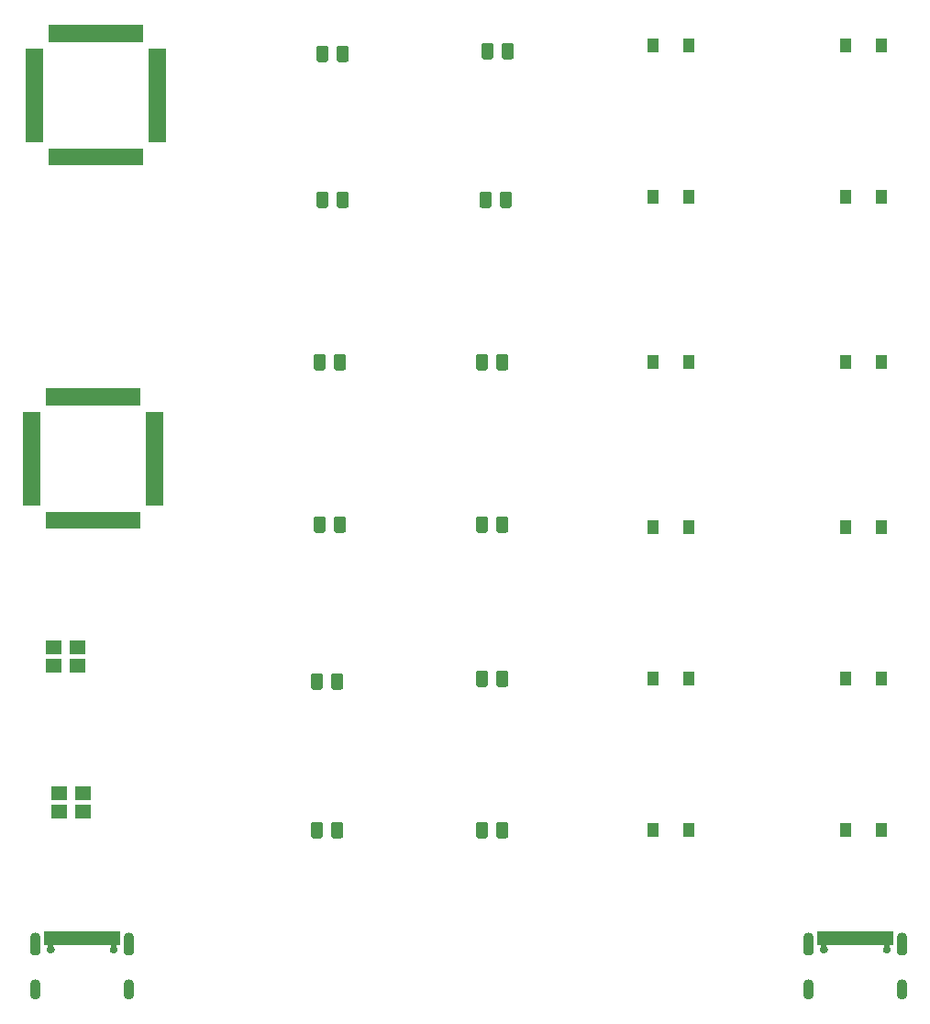
<source format=gbr>
G04 #@! TF.GenerationSoftware,KiCad,Pcbnew,(5.1.4)-1*
G04 #@! TF.CreationDate,2022-12-24T01:49:45-08:00*
G04 #@! TF.ProjectId,SMD-Solder-Practice-Board,534d442d-536f-46c6-9465-722d50726163,rev?*
G04 #@! TF.SameCoordinates,Original*
G04 #@! TF.FileFunction,Soldermask,Top*
G04 #@! TF.FilePolarity,Negative*
%FSLAX46Y46*%
G04 Gerber Fmt 4.6, Leading zero omitted, Abs format (unit mm)*
G04 Created by KiCad (PCBNEW (5.1.4)-1) date 2022-12-24 01:49:45*
%MOMM*%
%LPD*%
G04 APERTURE LIST*
%ADD10C,0.100000*%
G04 APERTURE END LIST*
D10*
G36*
X147166212Y-139522249D02*
G01*
X147260651Y-139550897D01*
X147347687Y-139597418D01*
X147423975Y-139660025D01*
X147486582Y-139736313D01*
X147533103Y-139823348D01*
X147561751Y-139917787D01*
X147569000Y-139991388D01*
X147569000Y-140840612D01*
X147561751Y-140914213D01*
X147533103Y-141008652D01*
X147486582Y-141095687D01*
X147423975Y-141171975D01*
X147347687Y-141234582D01*
X147260652Y-141281103D01*
X147166213Y-141309751D01*
X147068000Y-141319424D01*
X146969788Y-141309751D01*
X146875349Y-141281103D01*
X146788314Y-141234582D01*
X146712026Y-141171975D01*
X146649419Y-141095687D01*
X146602898Y-141008652D01*
X146574250Y-140914213D01*
X146567001Y-140840612D01*
X146567000Y-140840602D01*
X146567000Y-139991389D01*
X146574249Y-139917788D01*
X146602897Y-139823349D01*
X146649418Y-139736313D01*
X146712025Y-139660025D01*
X146788313Y-139597418D01*
X146875348Y-139550897D01*
X146969787Y-139522249D01*
X147068000Y-139512576D01*
X147166212Y-139522249D01*
X147166212Y-139522249D01*
G37*
G36*
X138526212Y-139522249D02*
G01*
X138620651Y-139550897D01*
X138707687Y-139597418D01*
X138783975Y-139660025D01*
X138846582Y-139736313D01*
X138893103Y-139823348D01*
X138921751Y-139917787D01*
X138929000Y-139991388D01*
X138929000Y-140840612D01*
X138921751Y-140914213D01*
X138893103Y-141008652D01*
X138846582Y-141095687D01*
X138783975Y-141171975D01*
X138707687Y-141234582D01*
X138620652Y-141281103D01*
X138526213Y-141309751D01*
X138428000Y-141319424D01*
X138329788Y-141309751D01*
X138235349Y-141281103D01*
X138148314Y-141234582D01*
X138072026Y-141171975D01*
X138009419Y-141095687D01*
X137962898Y-141008652D01*
X137934250Y-140914213D01*
X137927001Y-140840612D01*
X137927000Y-140840602D01*
X137927000Y-139991389D01*
X137934249Y-139917788D01*
X137962897Y-139823349D01*
X138009418Y-139736313D01*
X138072025Y-139660025D01*
X138148313Y-139597418D01*
X138235348Y-139550897D01*
X138329787Y-139522249D01*
X138428000Y-139512576D01*
X138526212Y-139522249D01*
X138526212Y-139522249D01*
G37*
G36*
X75792212Y-139522249D02*
G01*
X75886651Y-139550897D01*
X75973687Y-139597418D01*
X76049975Y-139660025D01*
X76112582Y-139736313D01*
X76159103Y-139823348D01*
X76187751Y-139917787D01*
X76195000Y-139991388D01*
X76195000Y-140840612D01*
X76187751Y-140914213D01*
X76159103Y-141008652D01*
X76112582Y-141095687D01*
X76049975Y-141171975D01*
X75973687Y-141234582D01*
X75886652Y-141281103D01*
X75792213Y-141309751D01*
X75694000Y-141319424D01*
X75595788Y-141309751D01*
X75501349Y-141281103D01*
X75414314Y-141234582D01*
X75338026Y-141171975D01*
X75275419Y-141095687D01*
X75228898Y-141008652D01*
X75200250Y-140914213D01*
X75193001Y-140840612D01*
X75193000Y-140840602D01*
X75193000Y-139991389D01*
X75200249Y-139917788D01*
X75228897Y-139823349D01*
X75275418Y-139736313D01*
X75338025Y-139660025D01*
X75414313Y-139597418D01*
X75501348Y-139550897D01*
X75595787Y-139522249D01*
X75694000Y-139512576D01*
X75792212Y-139522249D01*
X75792212Y-139522249D01*
G37*
G36*
X67152212Y-139522249D02*
G01*
X67246651Y-139550897D01*
X67333687Y-139597418D01*
X67409975Y-139660025D01*
X67472582Y-139736313D01*
X67519103Y-139823348D01*
X67547751Y-139917787D01*
X67555000Y-139991388D01*
X67555000Y-140840612D01*
X67547751Y-140914213D01*
X67519103Y-141008652D01*
X67472582Y-141095687D01*
X67409975Y-141171975D01*
X67333687Y-141234582D01*
X67246652Y-141281103D01*
X67152213Y-141309751D01*
X67054000Y-141319424D01*
X66955788Y-141309751D01*
X66861349Y-141281103D01*
X66774314Y-141234582D01*
X66698026Y-141171975D01*
X66635419Y-141095687D01*
X66588898Y-141008652D01*
X66560250Y-140914213D01*
X66553001Y-140840612D01*
X66553000Y-140840602D01*
X66553000Y-139991389D01*
X66560249Y-139917788D01*
X66588897Y-139823349D01*
X66635418Y-139736313D01*
X66698025Y-139660025D01*
X66774313Y-139597418D01*
X66861348Y-139550897D01*
X66955787Y-139522249D01*
X67054000Y-139512576D01*
X67152212Y-139522249D01*
X67152212Y-139522249D01*
G37*
G36*
X138526212Y-135202249D02*
G01*
X138620651Y-135230897D01*
X138707687Y-135277418D01*
X138783975Y-135340025D01*
X138846582Y-135416313D01*
X138893103Y-135503348D01*
X138921751Y-135597787D01*
X138929000Y-135671388D01*
X138929000Y-136820612D01*
X138921751Y-136894213D01*
X138893103Y-136988652D01*
X138846582Y-137075687D01*
X138783975Y-137151975D01*
X138707687Y-137214582D01*
X138620652Y-137261103D01*
X138526213Y-137289751D01*
X138428000Y-137299424D01*
X138329788Y-137289751D01*
X138235349Y-137261103D01*
X138148314Y-137214582D01*
X138072026Y-137151975D01*
X138009419Y-137075687D01*
X137962898Y-136988652D01*
X137934250Y-136894213D01*
X137927001Y-136820612D01*
X137927000Y-135671389D01*
X137934249Y-135597788D01*
X137962897Y-135503349D01*
X138009418Y-135416313D01*
X138072025Y-135340025D01*
X138148313Y-135277418D01*
X138235348Y-135230897D01*
X138329787Y-135202249D01*
X138428000Y-135192576D01*
X138526212Y-135202249D01*
X138526212Y-135202249D01*
G37*
G36*
X75792212Y-135202249D02*
G01*
X75886651Y-135230897D01*
X75973687Y-135277418D01*
X76049975Y-135340025D01*
X76112582Y-135416313D01*
X76159103Y-135503348D01*
X76187751Y-135597787D01*
X76195000Y-135671388D01*
X76195000Y-136820612D01*
X76187751Y-136894213D01*
X76159103Y-136988652D01*
X76112582Y-137075687D01*
X76049975Y-137151975D01*
X75973687Y-137214582D01*
X75886652Y-137261103D01*
X75792213Y-137289751D01*
X75694000Y-137299424D01*
X75595788Y-137289751D01*
X75501349Y-137261103D01*
X75414314Y-137214582D01*
X75338026Y-137151975D01*
X75275419Y-137075687D01*
X75228898Y-136988652D01*
X75200250Y-136894213D01*
X75193001Y-136820612D01*
X75193000Y-135671389D01*
X75200249Y-135597788D01*
X75228897Y-135503349D01*
X75275418Y-135416313D01*
X75338025Y-135340025D01*
X75414313Y-135277418D01*
X75501348Y-135230897D01*
X75595787Y-135202249D01*
X75694000Y-135192576D01*
X75792212Y-135202249D01*
X75792212Y-135202249D01*
G37*
G36*
X67152212Y-135202249D02*
G01*
X67246651Y-135230897D01*
X67333687Y-135277418D01*
X67409975Y-135340025D01*
X67472582Y-135416313D01*
X67519103Y-135503348D01*
X67547751Y-135597787D01*
X67555000Y-135671388D01*
X67555000Y-136820612D01*
X67547751Y-136894213D01*
X67519103Y-136988652D01*
X67472582Y-137075687D01*
X67409975Y-137151975D01*
X67333687Y-137214582D01*
X67246652Y-137261103D01*
X67152213Y-137289751D01*
X67054000Y-137299424D01*
X66955788Y-137289751D01*
X66861349Y-137261103D01*
X66774314Y-137214582D01*
X66698026Y-137151975D01*
X66635419Y-137075687D01*
X66588898Y-136988652D01*
X66560250Y-136894213D01*
X66553001Y-136820612D01*
X66553000Y-135671389D01*
X66560249Y-135597788D01*
X66588897Y-135503349D01*
X66635418Y-135416313D01*
X66698025Y-135340025D01*
X66774313Y-135277418D01*
X66861348Y-135230897D01*
X66955787Y-135202249D01*
X67054000Y-135192576D01*
X67152212Y-135202249D01*
X67152212Y-135202249D01*
G37*
G36*
X147166212Y-135202249D02*
G01*
X147260651Y-135230897D01*
X147347687Y-135277418D01*
X147423975Y-135340025D01*
X147486582Y-135416313D01*
X147533103Y-135503348D01*
X147561751Y-135597787D01*
X147569000Y-135671388D01*
X147569000Y-136820612D01*
X147561751Y-136894213D01*
X147533103Y-136988652D01*
X147486582Y-137075687D01*
X147423975Y-137151975D01*
X147347687Y-137214582D01*
X147260652Y-137261103D01*
X147166213Y-137289751D01*
X147068000Y-137299424D01*
X146969788Y-137289751D01*
X146875349Y-137261103D01*
X146788314Y-137214582D01*
X146712026Y-137151975D01*
X146649419Y-137075687D01*
X146602898Y-136988652D01*
X146574250Y-136894213D01*
X146567001Y-136820612D01*
X146567000Y-135671389D01*
X146574249Y-135597788D01*
X146602897Y-135503349D01*
X146649418Y-135416313D01*
X146712025Y-135340025D01*
X146788313Y-135277418D01*
X146875348Y-135230897D01*
X146969787Y-135202249D01*
X147068000Y-135192576D01*
X147166212Y-135202249D01*
X147166212Y-135202249D01*
G37*
G36*
X146299000Y-136297000D02*
G01*
X146007163Y-136297000D01*
X145982777Y-136299402D01*
X145959328Y-136306515D01*
X145937717Y-136318066D01*
X145918775Y-136333611D01*
X145903230Y-136352553D01*
X145891679Y-136374164D01*
X145884566Y-136397613D01*
X145882164Y-136421999D01*
X145884566Y-136446385D01*
X145891679Y-136469834D01*
X145903230Y-136491445D01*
X145904246Y-136492683D01*
X145949054Y-136559742D01*
X145970624Y-136611818D01*
X145975511Y-136623617D01*
X145989000Y-136691430D01*
X145989000Y-136760570D01*
X145975511Y-136828383D01*
X145975510Y-136828385D01*
X145949054Y-136892258D01*
X145910640Y-136949748D01*
X145861748Y-136998640D01*
X145804258Y-137037054D01*
X145752182Y-137058624D01*
X145740383Y-137063511D01*
X145672570Y-137077000D01*
X145603430Y-137077000D01*
X145535617Y-137063511D01*
X145523818Y-137058624D01*
X145471742Y-137037054D01*
X145414252Y-136998640D01*
X145365360Y-136949748D01*
X145326946Y-136892258D01*
X145300490Y-136828385D01*
X145300489Y-136828383D01*
X145287000Y-136760570D01*
X145287000Y-136691430D01*
X145300489Y-136623617D01*
X145305376Y-136611818D01*
X145326946Y-136559742D01*
X145371754Y-136492683D01*
X145372770Y-136491445D01*
X145384321Y-136469834D01*
X145391434Y-136446385D01*
X145393836Y-136421999D01*
X145391434Y-136397613D01*
X145384321Y-136374164D01*
X145372770Y-136352553D01*
X145357225Y-136333611D01*
X145338283Y-136318066D01*
X145316672Y-136306515D01*
X145293223Y-136299402D01*
X145268837Y-136297000D01*
X140227163Y-136297000D01*
X140202777Y-136299402D01*
X140179328Y-136306515D01*
X140157717Y-136318066D01*
X140138775Y-136333611D01*
X140123230Y-136352553D01*
X140111679Y-136374164D01*
X140104566Y-136397613D01*
X140102164Y-136421999D01*
X140104566Y-136446385D01*
X140111679Y-136469834D01*
X140123230Y-136491445D01*
X140124246Y-136492683D01*
X140169054Y-136559742D01*
X140190624Y-136611818D01*
X140195511Y-136623617D01*
X140209000Y-136691430D01*
X140209000Y-136760570D01*
X140195511Y-136828383D01*
X140195510Y-136828385D01*
X140169054Y-136892258D01*
X140130640Y-136949748D01*
X140081748Y-136998640D01*
X140024258Y-137037054D01*
X139972182Y-137058624D01*
X139960383Y-137063511D01*
X139892570Y-137077000D01*
X139823430Y-137077000D01*
X139755617Y-137063511D01*
X139743818Y-137058624D01*
X139691742Y-137037054D01*
X139634252Y-136998640D01*
X139585360Y-136949748D01*
X139546946Y-136892258D01*
X139520490Y-136828385D01*
X139520489Y-136828383D01*
X139507000Y-136760570D01*
X139507000Y-136691430D01*
X139520489Y-136623617D01*
X139525376Y-136611818D01*
X139546946Y-136559742D01*
X139591754Y-136492683D01*
X139592770Y-136491445D01*
X139604321Y-136469834D01*
X139611434Y-136446385D01*
X139613836Y-136421999D01*
X139611434Y-136397613D01*
X139604321Y-136374164D01*
X139592770Y-136352553D01*
X139577225Y-136333611D01*
X139558283Y-136318066D01*
X139536672Y-136306515D01*
X139513223Y-136299402D01*
X139488837Y-136297000D01*
X139197000Y-136297000D01*
X139197000Y-135035000D01*
X146299000Y-135035000D01*
X146299000Y-136297000D01*
X146299000Y-136297000D01*
G37*
G36*
X74925000Y-136297000D02*
G01*
X74633163Y-136297000D01*
X74608777Y-136299402D01*
X74585328Y-136306515D01*
X74563717Y-136318066D01*
X74544775Y-136333611D01*
X74529230Y-136352553D01*
X74517679Y-136374164D01*
X74510566Y-136397613D01*
X74508164Y-136421999D01*
X74510566Y-136446385D01*
X74517679Y-136469834D01*
X74529230Y-136491445D01*
X74530246Y-136492683D01*
X74575054Y-136559742D01*
X74596624Y-136611818D01*
X74601511Y-136623617D01*
X74615000Y-136691430D01*
X74615000Y-136760570D01*
X74601511Y-136828383D01*
X74601510Y-136828385D01*
X74575054Y-136892258D01*
X74536640Y-136949748D01*
X74487748Y-136998640D01*
X74430258Y-137037054D01*
X74378182Y-137058624D01*
X74366383Y-137063511D01*
X74298570Y-137077000D01*
X74229430Y-137077000D01*
X74161617Y-137063511D01*
X74149818Y-137058624D01*
X74097742Y-137037054D01*
X74040252Y-136998640D01*
X73991360Y-136949748D01*
X73952946Y-136892258D01*
X73926490Y-136828385D01*
X73926489Y-136828383D01*
X73913000Y-136760570D01*
X73913000Y-136691430D01*
X73926489Y-136623617D01*
X73931376Y-136611818D01*
X73952946Y-136559742D01*
X73997754Y-136492683D01*
X73998770Y-136491445D01*
X74010321Y-136469834D01*
X74017434Y-136446385D01*
X74019836Y-136421999D01*
X74017434Y-136397613D01*
X74010321Y-136374164D01*
X73998770Y-136352553D01*
X73983225Y-136333611D01*
X73964283Y-136318066D01*
X73942672Y-136306515D01*
X73919223Y-136299402D01*
X73894837Y-136297000D01*
X68853163Y-136297000D01*
X68828777Y-136299402D01*
X68805328Y-136306515D01*
X68783717Y-136318066D01*
X68764775Y-136333611D01*
X68749230Y-136352553D01*
X68737679Y-136374164D01*
X68730566Y-136397613D01*
X68728164Y-136421999D01*
X68730566Y-136446385D01*
X68737679Y-136469834D01*
X68749230Y-136491445D01*
X68750246Y-136492683D01*
X68795054Y-136559742D01*
X68816624Y-136611818D01*
X68821511Y-136623617D01*
X68835000Y-136691430D01*
X68835000Y-136760570D01*
X68821511Y-136828383D01*
X68821510Y-136828385D01*
X68795054Y-136892258D01*
X68756640Y-136949748D01*
X68707748Y-136998640D01*
X68650258Y-137037054D01*
X68598182Y-137058624D01*
X68586383Y-137063511D01*
X68518570Y-137077000D01*
X68449430Y-137077000D01*
X68381617Y-137063511D01*
X68369818Y-137058624D01*
X68317742Y-137037054D01*
X68260252Y-136998640D01*
X68211360Y-136949748D01*
X68172946Y-136892258D01*
X68146490Y-136828385D01*
X68146489Y-136828383D01*
X68133000Y-136760570D01*
X68133000Y-136691430D01*
X68146489Y-136623617D01*
X68151376Y-136611818D01*
X68172946Y-136559742D01*
X68217754Y-136492683D01*
X68218770Y-136491445D01*
X68230321Y-136469834D01*
X68237434Y-136446385D01*
X68239836Y-136421999D01*
X68237434Y-136397613D01*
X68230321Y-136374164D01*
X68218770Y-136352553D01*
X68203225Y-136333611D01*
X68184283Y-136318066D01*
X68162672Y-136306515D01*
X68139223Y-136299402D01*
X68114837Y-136297000D01*
X67823000Y-136297000D01*
X67823000Y-135035000D01*
X74925000Y-135035000D01*
X74925000Y-136297000D01*
X74925000Y-136297000D01*
G37*
G36*
X108654468Y-124983565D02*
G01*
X108693138Y-124995296D01*
X108728777Y-125014346D01*
X108760017Y-125039983D01*
X108785654Y-125071223D01*
X108804704Y-125106862D01*
X108816435Y-125145532D01*
X108821000Y-125191888D01*
X108821000Y-126268112D01*
X108816435Y-126314468D01*
X108804704Y-126353138D01*
X108785654Y-126388777D01*
X108760017Y-126420017D01*
X108728777Y-126445654D01*
X108693138Y-126464704D01*
X108654468Y-126476435D01*
X108608112Y-126481000D01*
X107956888Y-126481000D01*
X107910532Y-126476435D01*
X107871862Y-126464704D01*
X107836223Y-126445654D01*
X107804983Y-126420017D01*
X107779346Y-126388777D01*
X107760296Y-126353138D01*
X107748565Y-126314468D01*
X107744000Y-126268112D01*
X107744000Y-125191888D01*
X107748565Y-125145532D01*
X107760296Y-125106862D01*
X107779346Y-125071223D01*
X107804983Y-125039983D01*
X107836223Y-125014346D01*
X107871862Y-124995296D01*
X107910532Y-124983565D01*
X107956888Y-124979000D01*
X108608112Y-124979000D01*
X108654468Y-124983565D01*
X108654468Y-124983565D01*
G37*
G36*
X93414468Y-124983565D02*
G01*
X93453138Y-124995296D01*
X93488777Y-125014346D01*
X93520017Y-125039983D01*
X93545654Y-125071223D01*
X93564704Y-125106862D01*
X93576435Y-125145532D01*
X93581000Y-125191888D01*
X93581000Y-126268112D01*
X93576435Y-126314468D01*
X93564704Y-126353138D01*
X93545654Y-126388777D01*
X93520017Y-126420017D01*
X93488777Y-126445654D01*
X93453138Y-126464704D01*
X93414468Y-126476435D01*
X93368112Y-126481000D01*
X92716888Y-126481000D01*
X92670532Y-126476435D01*
X92631862Y-126464704D01*
X92596223Y-126445654D01*
X92564983Y-126420017D01*
X92539346Y-126388777D01*
X92520296Y-126353138D01*
X92508565Y-126314468D01*
X92504000Y-126268112D01*
X92504000Y-125191888D01*
X92508565Y-125145532D01*
X92520296Y-125106862D01*
X92539346Y-125071223D01*
X92564983Y-125039983D01*
X92596223Y-125014346D01*
X92631862Y-124995296D01*
X92670532Y-124983565D01*
X92716888Y-124979000D01*
X93368112Y-124979000D01*
X93414468Y-124983565D01*
X93414468Y-124983565D01*
G37*
G36*
X95289468Y-124983565D02*
G01*
X95328138Y-124995296D01*
X95363777Y-125014346D01*
X95395017Y-125039983D01*
X95420654Y-125071223D01*
X95439704Y-125106862D01*
X95451435Y-125145532D01*
X95456000Y-125191888D01*
X95456000Y-126268112D01*
X95451435Y-126314468D01*
X95439704Y-126353138D01*
X95420654Y-126388777D01*
X95395017Y-126420017D01*
X95363777Y-126445654D01*
X95328138Y-126464704D01*
X95289468Y-126476435D01*
X95243112Y-126481000D01*
X94591888Y-126481000D01*
X94545532Y-126476435D01*
X94506862Y-126464704D01*
X94471223Y-126445654D01*
X94439983Y-126420017D01*
X94414346Y-126388777D01*
X94395296Y-126353138D01*
X94383565Y-126314468D01*
X94379000Y-126268112D01*
X94379000Y-125191888D01*
X94383565Y-125145532D01*
X94395296Y-125106862D01*
X94414346Y-125071223D01*
X94439983Y-125039983D01*
X94471223Y-125014346D01*
X94506862Y-124995296D01*
X94545532Y-124983565D01*
X94591888Y-124979000D01*
X95243112Y-124979000D01*
X95289468Y-124983565D01*
X95289468Y-124983565D01*
G37*
G36*
X110529468Y-124983565D02*
G01*
X110568138Y-124995296D01*
X110603777Y-125014346D01*
X110635017Y-125039983D01*
X110660654Y-125071223D01*
X110679704Y-125106862D01*
X110691435Y-125145532D01*
X110696000Y-125191888D01*
X110696000Y-126268112D01*
X110691435Y-126314468D01*
X110679704Y-126353138D01*
X110660654Y-126388777D01*
X110635017Y-126420017D01*
X110603777Y-126445654D01*
X110568138Y-126464704D01*
X110529468Y-126476435D01*
X110483112Y-126481000D01*
X109831888Y-126481000D01*
X109785532Y-126476435D01*
X109746862Y-126464704D01*
X109711223Y-126445654D01*
X109679983Y-126420017D01*
X109654346Y-126388777D01*
X109635296Y-126353138D01*
X109623565Y-126314468D01*
X109619000Y-126268112D01*
X109619000Y-125191888D01*
X109623565Y-125145532D01*
X109635296Y-125106862D01*
X109654346Y-125071223D01*
X109679983Y-125039983D01*
X109711223Y-125014346D01*
X109746862Y-124995296D01*
X109785532Y-124983565D01*
X109831888Y-124979000D01*
X110483112Y-124979000D01*
X110529468Y-124983565D01*
X110529468Y-124983565D01*
G37*
G36*
X145661000Y-126381000D02*
G01*
X144659000Y-126381000D01*
X144659000Y-125079000D01*
X145661000Y-125079000D01*
X145661000Y-126381000D01*
X145661000Y-126381000D01*
G37*
G36*
X142361000Y-126381000D02*
G01*
X141359000Y-126381000D01*
X141359000Y-125079000D01*
X142361000Y-125079000D01*
X142361000Y-126381000D01*
X142361000Y-126381000D01*
G37*
G36*
X127881000Y-126381000D02*
G01*
X126879000Y-126381000D01*
X126879000Y-125079000D01*
X127881000Y-125079000D01*
X127881000Y-126381000D01*
X127881000Y-126381000D01*
G37*
G36*
X124581000Y-126381000D02*
G01*
X123579000Y-126381000D01*
X123579000Y-125079000D01*
X124581000Y-125079000D01*
X124581000Y-126381000D01*
X124581000Y-126381000D01*
G37*
G36*
X70009000Y-124691000D02*
G01*
X68507000Y-124691000D01*
X68507000Y-123389000D01*
X70009000Y-123389000D01*
X70009000Y-124691000D01*
X70009000Y-124691000D01*
G37*
G36*
X72209000Y-124691000D02*
G01*
X70707000Y-124691000D01*
X70707000Y-123389000D01*
X72209000Y-123389000D01*
X72209000Y-124691000D01*
X72209000Y-124691000D01*
G37*
G36*
X70009000Y-122991000D02*
G01*
X68507000Y-122991000D01*
X68507000Y-121689000D01*
X70009000Y-121689000D01*
X70009000Y-122991000D01*
X70009000Y-122991000D01*
G37*
G36*
X72209000Y-122991000D02*
G01*
X70707000Y-122991000D01*
X70707000Y-121689000D01*
X72209000Y-121689000D01*
X72209000Y-122991000D01*
X72209000Y-122991000D01*
G37*
G36*
X93414468Y-111267565D02*
G01*
X93453138Y-111279296D01*
X93488777Y-111298346D01*
X93520017Y-111323983D01*
X93545654Y-111355223D01*
X93564704Y-111390862D01*
X93576435Y-111429532D01*
X93581000Y-111475888D01*
X93581000Y-112552112D01*
X93576435Y-112598468D01*
X93564704Y-112637138D01*
X93545654Y-112672777D01*
X93520017Y-112704017D01*
X93488777Y-112729654D01*
X93453138Y-112748704D01*
X93414468Y-112760435D01*
X93368112Y-112765000D01*
X92716888Y-112765000D01*
X92670532Y-112760435D01*
X92631862Y-112748704D01*
X92596223Y-112729654D01*
X92564983Y-112704017D01*
X92539346Y-112672777D01*
X92520296Y-112637138D01*
X92508565Y-112598468D01*
X92504000Y-112552112D01*
X92504000Y-111475888D01*
X92508565Y-111429532D01*
X92520296Y-111390862D01*
X92539346Y-111355223D01*
X92564983Y-111323983D01*
X92596223Y-111298346D01*
X92631862Y-111279296D01*
X92670532Y-111267565D01*
X92716888Y-111263000D01*
X93368112Y-111263000D01*
X93414468Y-111267565D01*
X93414468Y-111267565D01*
G37*
G36*
X95289468Y-111267565D02*
G01*
X95328138Y-111279296D01*
X95363777Y-111298346D01*
X95395017Y-111323983D01*
X95420654Y-111355223D01*
X95439704Y-111390862D01*
X95451435Y-111429532D01*
X95456000Y-111475888D01*
X95456000Y-112552112D01*
X95451435Y-112598468D01*
X95439704Y-112637138D01*
X95420654Y-112672777D01*
X95395017Y-112704017D01*
X95363777Y-112729654D01*
X95328138Y-112748704D01*
X95289468Y-112760435D01*
X95243112Y-112765000D01*
X94591888Y-112765000D01*
X94545532Y-112760435D01*
X94506862Y-112748704D01*
X94471223Y-112729654D01*
X94439983Y-112704017D01*
X94414346Y-112672777D01*
X94395296Y-112637138D01*
X94383565Y-112598468D01*
X94379000Y-112552112D01*
X94379000Y-111475888D01*
X94383565Y-111429532D01*
X94395296Y-111390862D01*
X94414346Y-111355223D01*
X94439983Y-111323983D01*
X94471223Y-111298346D01*
X94506862Y-111279296D01*
X94545532Y-111267565D01*
X94591888Y-111263000D01*
X95243112Y-111263000D01*
X95289468Y-111267565D01*
X95289468Y-111267565D01*
G37*
G36*
X110529468Y-111013565D02*
G01*
X110568138Y-111025296D01*
X110603777Y-111044346D01*
X110635017Y-111069983D01*
X110660654Y-111101223D01*
X110679704Y-111136862D01*
X110691435Y-111175532D01*
X110696000Y-111221888D01*
X110696000Y-112298112D01*
X110691435Y-112344468D01*
X110679704Y-112383138D01*
X110660654Y-112418777D01*
X110635017Y-112450017D01*
X110603777Y-112475654D01*
X110568138Y-112494704D01*
X110529468Y-112506435D01*
X110483112Y-112511000D01*
X109831888Y-112511000D01*
X109785532Y-112506435D01*
X109746862Y-112494704D01*
X109711223Y-112475654D01*
X109679983Y-112450017D01*
X109654346Y-112418777D01*
X109635296Y-112383138D01*
X109623565Y-112344468D01*
X109619000Y-112298112D01*
X109619000Y-111221888D01*
X109623565Y-111175532D01*
X109635296Y-111136862D01*
X109654346Y-111101223D01*
X109679983Y-111069983D01*
X109711223Y-111044346D01*
X109746862Y-111025296D01*
X109785532Y-111013565D01*
X109831888Y-111009000D01*
X110483112Y-111009000D01*
X110529468Y-111013565D01*
X110529468Y-111013565D01*
G37*
G36*
X108654468Y-111013565D02*
G01*
X108693138Y-111025296D01*
X108728777Y-111044346D01*
X108760017Y-111069983D01*
X108785654Y-111101223D01*
X108804704Y-111136862D01*
X108816435Y-111175532D01*
X108821000Y-111221888D01*
X108821000Y-112298112D01*
X108816435Y-112344468D01*
X108804704Y-112383138D01*
X108785654Y-112418777D01*
X108760017Y-112450017D01*
X108728777Y-112475654D01*
X108693138Y-112494704D01*
X108654468Y-112506435D01*
X108608112Y-112511000D01*
X107956888Y-112511000D01*
X107910532Y-112506435D01*
X107871862Y-112494704D01*
X107836223Y-112475654D01*
X107804983Y-112450017D01*
X107779346Y-112418777D01*
X107760296Y-112383138D01*
X107748565Y-112344468D01*
X107744000Y-112298112D01*
X107744000Y-111221888D01*
X107748565Y-111175532D01*
X107760296Y-111136862D01*
X107779346Y-111101223D01*
X107804983Y-111069983D01*
X107836223Y-111044346D01*
X107871862Y-111025296D01*
X107910532Y-111013565D01*
X107956888Y-111009000D01*
X108608112Y-111009000D01*
X108654468Y-111013565D01*
X108654468Y-111013565D01*
G37*
G36*
X124581000Y-112411000D02*
G01*
X123579000Y-112411000D01*
X123579000Y-111109000D01*
X124581000Y-111109000D01*
X124581000Y-112411000D01*
X124581000Y-112411000D01*
G37*
G36*
X127881000Y-112411000D02*
G01*
X126879000Y-112411000D01*
X126879000Y-111109000D01*
X127881000Y-111109000D01*
X127881000Y-112411000D01*
X127881000Y-112411000D01*
G37*
G36*
X145661000Y-112411000D02*
G01*
X144659000Y-112411000D01*
X144659000Y-111109000D01*
X145661000Y-111109000D01*
X145661000Y-112411000D01*
X145661000Y-112411000D01*
G37*
G36*
X142361000Y-112411000D02*
G01*
X141359000Y-112411000D01*
X141359000Y-111109000D01*
X142361000Y-111109000D01*
X142361000Y-112411000D01*
X142361000Y-112411000D01*
G37*
G36*
X71701000Y-111229000D02*
G01*
X70199000Y-111229000D01*
X70199000Y-109927000D01*
X71701000Y-109927000D01*
X71701000Y-111229000D01*
X71701000Y-111229000D01*
G37*
G36*
X69501000Y-111229000D02*
G01*
X67999000Y-111229000D01*
X67999000Y-109927000D01*
X69501000Y-109927000D01*
X69501000Y-111229000D01*
X69501000Y-111229000D01*
G37*
G36*
X71701000Y-109529000D02*
G01*
X70199000Y-109529000D01*
X70199000Y-108227000D01*
X71701000Y-108227000D01*
X71701000Y-109529000D01*
X71701000Y-109529000D01*
G37*
G36*
X69501000Y-109529000D02*
G01*
X67999000Y-109529000D01*
X67999000Y-108227000D01*
X69501000Y-108227000D01*
X69501000Y-109529000D01*
X69501000Y-109529000D01*
G37*
G36*
X124581000Y-98441000D02*
G01*
X123579000Y-98441000D01*
X123579000Y-97139000D01*
X124581000Y-97139000D01*
X124581000Y-98441000D01*
X124581000Y-98441000D01*
G37*
G36*
X145661000Y-98441000D02*
G01*
X144659000Y-98441000D01*
X144659000Y-97139000D01*
X145661000Y-97139000D01*
X145661000Y-98441000D01*
X145661000Y-98441000D01*
G37*
G36*
X127881000Y-98441000D02*
G01*
X126879000Y-98441000D01*
X126879000Y-97139000D01*
X127881000Y-97139000D01*
X127881000Y-98441000D01*
X127881000Y-98441000D01*
G37*
G36*
X142361000Y-98441000D02*
G01*
X141359000Y-98441000D01*
X141359000Y-97139000D01*
X142361000Y-97139000D01*
X142361000Y-98441000D01*
X142361000Y-98441000D01*
G37*
G36*
X95543468Y-96789565D02*
G01*
X95582138Y-96801296D01*
X95617777Y-96820346D01*
X95649017Y-96845983D01*
X95674654Y-96877223D01*
X95693704Y-96912862D01*
X95705435Y-96951532D01*
X95710000Y-96997888D01*
X95710000Y-98074112D01*
X95705435Y-98120468D01*
X95693704Y-98159138D01*
X95674654Y-98194777D01*
X95649017Y-98226017D01*
X95617777Y-98251654D01*
X95582138Y-98270704D01*
X95543468Y-98282435D01*
X95497112Y-98287000D01*
X94845888Y-98287000D01*
X94799532Y-98282435D01*
X94760862Y-98270704D01*
X94725223Y-98251654D01*
X94693983Y-98226017D01*
X94668346Y-98194777D01*
X94649296Y-98159138D01*
X94637565Y-98120468D01*
X94633000Y-98074112D01*
X94633000Y-96997888D01*
X94637565Y-96951532D01*
X94649296Y-96912862D01*
X94668346Y-96877223D01*
X94693983Y-96845983D01*
X94725223Y-96820346D01*
X94760862Y-96801296D01*
X94799532Y-96789565D01*
X94845888Y-96785000D01*
X95497112Y-96785000D01*
X95543468Y-96789565D01*
X95543468Y-96789565D01*
G37*
G36*
X93668468Y-96789565D02*
G01*
X93707138Y-96801296D01*
X93742777Y-96820346D01*
X93774017Y-96845983D01*
X93799654Y-96877223D01*
X93818704Y-96912862D01*
X93830435Y-96951532D01*
X93835000Y-96997888D01*
X93835000Y-98074112D01*
X93830435Y-98120468D01*
X93818704Y-98159138D01*
X93799654Y-98194777D01*
X93774017Y-98226017D01*
X93742777Y-98251654D01*
X93707138Y-98270704D01*
X93668468Y-98282435D01*
X93622112Y-98287000D01*
X92970888Y-98287000D01*
X92924532Y-98282435D01*
X92885862Y-98270704D01*
X92850223Y-98251654D01*
X92818983Y-98226017D01*
X92793346Y-98194777D01*
X92774296Y-98159138D01*
X92762565Y-98120468D01*
X92758000Y-98074112D01*
X92758000Y-96997888D01*
X92762565Y-96951532D01*
X92774296Y-96912862D01*
X92793346Y-96877223D01*
X92818983Y-96845983D01*
X92850223Y-96820346D01*
X92885862Y-96801296D01*
X92924532Y-96789565D01*
X92970888Y-96785000D01*
X93622112Y-96785000D01*
X93668468Y-96789565D01*
X93668468Y-96789565D01*
G37*
G36*
X110529468Y-96789565D02*
G01*
X110568138Y-96801296D01*
X110603777Y-96820346D01*
X110635017Y-96845983D01*
X110660654Y-96877223D01*
X110679704Y-96912862D01*
X110691435Y-96951532D01*
X110696000Y-96997888D01*
X110696000Y-98074112D01*
X110691435Y-98120468D01*
X110679704Y-98159138D01*
X110660654Y-98194777D01*
X110635017Y-98226017D01*
X110603777Y-98251654D01*
X110568138Y-98270704D01*
X110529468Y-98282435D01*
X110483112Y-98287000D01*
X109831888Y-98287000D01*
X109785532Y-98282435D01*
X109746862Y-98270704D01*
X109711223Y-98251654D01*
X109679983Y-98226017D01*
X109654346Y-98194777D01*
X109635296Y-98159138D01*
X109623565Y-98120468D01*
X109619000Y-98074112D01*
X109619000Y-96997888D01*
X109623565Y-96951532D01*
X109635296Y-96912862D01*
X109654346Y-96877223D01*
X109679983Y-96845983D01*
X109711223Y-96820346D01*
X109746862Y-96801296D01*
X109785532Y-96789565D01*
X109831888Y-96785000D01*
X110483112Y-96785000D01*
X110529468Y-96789565D01*
X110529468Y-96789565D01*
G37*
G36*
X108654468Y-96789565D02*
G01*
X108693138Y-96801296D01*
X108728777Y-96820346D01*
X108760017Y-96845983D01*
X108785654Y-96877223D01*
X108804704Y-96912862D01*
X108816435Y-96951532D01*
X108821000Y-96997888D01*
X108821000Y-98074112D01*
X108816435Y-98120468D01*
X108804704Y-98159138D01*
X108785654Y-98194777D01*
X108760017Y-98226017D01*
X108728777Y-98251654D01*
X108693138Y-98270704D01*
X108654468Y-98282435D01*
X108608112Y-98287000D01*
X107956888Y-98287000D01*
X107910532Y-98282435D01*
X107871862Y-98270704D01*
X107836223Y-98251654D01*
X107804983Y-98226017D01*
X107779346Y-98194777D01*
X107760296Y-98159138D01*
X107748565Y-98120468D01*
X107744000Y-98074112D01*
X107744000Y-96997888D01*
X107748565Y-96951532D01*
X107760296Y-96912862D01*
X107779346Y-96877223D01*
X107804983Y-96845983D01*
X107836223Y-96820346D01*
X107871862Y-96801296D01*
X107910532Y-96789565D01*
X107956888Y-96785000D01*
X108608112Y-96785000D01*
X108654468Y-96789565D01*
X108654468Y-96789565D01*
G37*
G36*
X76716000Y-97941000D02*
G01*
X68064000Y-97941000D01*
X68064000Y-96339000D01*
X76716000Y-96339000D01*
X76716000Y-97941000D01*
X76716000Y-97941000D01*
G37*
G36*
X67491000Y-95766000D02*
G01*
X65889000Y-95766000D01*
X65889000Y-87114000D01*
X67491000Y-87114000D01*
X67491000Y-95766000D01*
X67491000Y-95766000D01*
G37*
G36*
X78891000Y-95766000D02*
G01*
X77289000Y-95766000D01*
X77289000Y-87114000D01*
X78891000Y-87114000D01*
X78891000Y-95766000D01*
X78891000Y-95766000D01*
G37*
G36*
X76716000Y-86541000D02*
G01*
X68064000Y-86541000D01*
X68064000Y-84939000D01*
X76716000Y-84939000D01*
X76716000Y-86541000D01*
X76716000Y-86541000D01*
G37*
G36*
X108654468Y-81803565D02*
G01*
X108693138Y-81815296D01*
X108728777Y-81834346D01*
X108760017Y-81859983D01*
X108785654Y-81891223D01*
X108804704Y-81926862D01*
X108816435Y-81965532D01*
X108821000Y-82011888D01*
X108821000Y-83088112D01*
X108816435Y-83134468D01*
X108804704Y-83173138D01*
X108785654Y-83208777D01*
X108760017Y-83240017D01*
X108728777Y-83265654D01*
X108693138Y-83284704D01*
X108654468Y-83296435D01*
X108608112Y-83301000D01*
X107956888Y-83301000D01*
X107910532Y-83296435D01*
X107871862Y-83284704D01*
X107836223Y-83265654D01*
X107804983Y-83240017D01*
X107779346Y-83208777D01*
X107760296Y-83173138D01*
X107748565Y-83134468D01*
X107744000Y-83088112D01*
X107744000Y-82011888D01*
X107748565Y-81965532D01*
X107760296Y-81926862D01*
X107779346Y-81891223D01*
X107804983Y-81859983D01*
X107836223Y-81834346D01*
X107871862Y-81815296D01*
X107910532Y-81803565D01*
X107956888Y-81799000D01*
X108608112Y-81799000D01*
X108654468Y-81803565D01*
X108654468Y-81803565D01*
G37*
G36*
X110529468Y-81803565D02*
G01*
X110568138Y-81815296D01*
X110603777Y-81834346D01*
X110635017Y-81859983D01*
X110660654Y-81891223D01*
X110679704Y-81926862D01*
X110691435Y-81965532D01*
X110696000Y-82011888D01*
X110696000Y-83088112D01*
X110691435Y-83134468D01*
X110679704Y-83173138D01*
X110660654Y-83208777D01*
X110635017Y-83240017D01*
X110603777Y-83265654D01*
X110568138Y-83284704D01*
X110529468Y-83296435D01*
X110483112Y-83301000D01*
X109831888Y-83301000D01*
X109785532Y-83296435D01*
X109746862Y-83284704D01*
X109711223Y-83265654D01*
X109679983Y-83240017D01*
X109654346Y-83208777D01*
X109635296Y-83173138D01*
X109623565Y-83134468D01*
X109619000Y-83088112D01*
X109619000Y-82011888D01*
X109623565Y-81965532D01*
X109635296Y-81926862D01*
X109654346Y-81891223D01*
X109679983Y-81859983D01*
X109711223Y-81834346D01*
X109746862Y-81815296D01*
X109785532Y-81803565D01*
X109831888Y-81799000D01*
X110483112Y-81799000D01*
X110529468Y-81803565D01*
X110529468Y-81803565D01*
G37*
G36*
X95543468Y-81803565D02*
G01*
X95582138Y-81815296D01*
X95617777Y-81834346D01*
X95649017Y-81859983D01*
X95674654Y-81891223D01*
X95693704Y-81926862D01*
X95705435Y-81965532D01*
X95710000Y-82011888D01*
X95710000Y-83088112D01*
X95705435Y-83134468D01*
X95693704Y-83173138D01*
X95674654Y-83208777D01*
X95649017Y-83240017D01*
X95617777Y-83265654D01*
X95582138Y-83284704D01*
X95543468Y-83296435D01*
X95497112Y-83301000D01*
X94845888Y-83301000D01*
X94799532Y-83296435D01*
X94760862Y-83284704D01*
X94725223Y-83265654D01*
X94693983Y-83240017D01*
X94668346Y-83208777D01*
X94649296Y-83173138D01*
X94637565Y-83134468D01*
X94633000Y-83088112D01*
X94633000Y-82011888D01*
X94637565Y-81965532D01*
X94649296Y-81926862D01*
X94668346Y-81891223D01*
X94693983Y-81859983D01*
X94725223Y-81834346D01*
X94760862Y-81815296D01*
X94799532Y-81803565D01*
X94845888Y-81799000D01*
X95497112Y-81799000D01*
X95543468Y-81803565D01*
X95543468Y-81803565D01*
G37*
G36*
X93668468Y-81803565D02*
G01*
X93707138Y-81815296D01*
X93742777Y-81834346D01*
X93774017Y-81859983D01*
X93799654Y-81891223D01*
X93818704Y-81926862D01*
X93830435Y-81965532D01*
X93835000Y-82011888D01*
X93835000Y-83088112D01*
X93830435Y-83134468D01*
X93818704Y-83173138D01*
X93799654Y-83208777D01*
X93774017Y-83240017D01*
X93742777Y-83265654D01*
X93707138Y-83284704D01*
X93668468Y-83296435D01*
X93622112Y-83301000D01*
X92970888Y-83301000D01*
X92924532Y-83296435D01*
X92885862Y-83284704D01*
X92850223Y-83265654D01*
X92818983Y-83240017D01*
X92793346Y-83208777D01*
X92774296Y-83173138D01*
X92762565Y-83134468D01*
X92758000Y-83088112D01*
X92758000Y-82011888D01*
X92762565Y-81965532D01*
X92774296Y-81926862D01*
X92793346Y-81891223D01*
X92818983Y-81859983D01*
X92850223Y-81834346D01*
X92885862Y-81815296D01*
X92924532Y-81803565D01*
X92970888Y-81799000D01*
X93622112Y-81799000D01*
X93668468Y-81803565D01*
X93668468Y-81803565D01*
G37*
G36*
X145661000Y-83201000D02*
G01*
X144659000Y-83201000D01*
X144659000Y-81899000D01*
X145661000Y-81899000D01*
X145661000Y-83201000D01*
X145661000Y-83201000D01*
G37*
G36*
X124581000Y-83201000D02*
G01*
X123579000Y-83201000D01*
X123579000Y-81899000D01*
X124581000Y-81899000D01*
X124581000Y-83201000D01*
X124581000Y-83201000D01*
G37*
G36*
X127881000Y-83201000D02*
G01*
X126879000Y-83201000D01*
X126879000Y-81899000D01*
X127881000Y-81899000D01*
X127881000Y-83201000D01*
X127881000Y-83201000D01*
G37*
G36*
X142361000Y-83201000D02*
G01*
X141359000Y-83201000D01*
X141359000Y-81899000D01*
X142361000Y-81899000D01*
X142361000Y-83201000D01*
X142361000Y-83201000D01*
G37*
G36*
X93922468Y-66817565D02*
G01*
X93961138Y-66829296D01*
X93996777Y-66848346D01*
X94028017Y-66873983D01*
X94053654Y-66905223D01*
X94072704Y-66940862D01*
X94084435Y-66979532D01*
X94089000Y-67025888D01*
X94089000Y-68102112D01*
X94084435Y-68148468D01*
X94072704Y-68187138D01*
X94053654Y-68222777D01*
X94028017Y-68254017D01*
X93996777Y-68279654D01*
X93961138Y-68298704D01*
X93922468Y-68310435D01*
X93876112Y-68315000D01*
X93224888Y-68315000D01*
X93178532Y-68310435D01*
X93139862Y-68298704D01*
X93104223Y-68279654D01*
X93072983Y-68254017D01*
X93047346Y-68222777D01*
X93028296Y-68187138D01*
X93016565Y-68148468D01*
X93012000Y-68102112D01*
X93012000Y-67025888D01*
X93016565Y-66979532D01*
X93028296Y-66940862D01*
X93047346Y-66905223D01*
X93072983Y-66873983D01*
X93104223Y-66848346D01*
X93139862Y-66829296D01*
X93178532Y-66817565D01*
X93224888Y-66813000D01*
X93876112Y-66813000D01*
X93922468Y-66817565D01*
X93922468Y-66817565D01*
G37*
G36*
X108986968Y-66817565D02*
G01*
X109025638Y-66829296D01*
X109061277Y-66848346D01*
X109092517Y-66873983D01*
X109118154Y-66905223D01*
X109137204Y-66940862D01*
X109148935Y-66979532D01*
X109153500Y-67025888D01*
X109153500Y-68102112D01*
X109148935Y-68148468D01*
X109137204Y-68187138D01*
X109118154Y-68222777D01*
X109092517Y-68254017D01*
X109061277Y-68279654D01*
X109025638Y-68298704D01*
X108986968Y-68310435D01*
X108940612Y-68315000D01*
X108289388Y-68315000D01*
X108243032Y-68310435D01*
X108204362Y-68298704D01*
X108168723Y-68279654D01*
X108137483Y-68254017D01*
X108111846Y-68222777D01*
X108092796Y-68187138D01*
X108081065Y-68148468D01*
X108076500Y-68102112D01*
X108076500Y-67025888D01*
X108081065Y-66979532D01*
X108092796Y-66940862D01*
X108111846Y-66905223D01*
X108137483Y-66873983D01*
X108168723Y-66848346D01*
X108204362Y-66829296D01*
X108243032Y-66817565D01*
X108289388Y-66813000D01*
X108940612Y-66813000D01*
X108986968Y-66817565D01*
X108986968Y-66817565D01*
G37*
G36*
X110861968Y-66817565D02*
G01*
X110900638Y-66829296D01*
X110936277Y-66848346D01*
X110967517Y-66873983D01*
X110993154Y-66905223D01*
X111012204Y-66940862D01*
X111023935Y-66979532D01*
X111028500Y-67025888D01*
X111028500Y-68102112D01*
X111023935Y-68148468D01*
X111012204Y-68187138D01*
X110993154Y-68222777D01*
X110967517Y-68254017D01*
X110936277Y-68279654D01*
X110900638Y-68298704D01*
X110861968Y-68310435D01*
X110815612Y-68315000D01*
X110164388Y-68315000D01*
X110118032Y-68310435D01*
X110079362Y-68298704D01*
X110043723Y-68279654D01*
X110012483Y-68254017D01*
X109986846Y-68222777D01*
X109967796Y-68187138D01*
X109956065Y-68148468D01*
X109951500Y-68102112D01*
X109951500Y-67025888D01*
X109956065Y-66979532D01*
X109967796Y-66940862D01*
X109986846Y-66905223D01*
X110012483Y-66873983D01*
X110043723Y-66848346D01*
X110079362Y-66829296D01*
X110118032Y-66817565D01*
X110164388Y-66813000D01*
X110815612Y-66813000D01*
X110861968Y-66817565D01*
X110861968Y-66817565D01*
G37*
G36*
X95797468Y-66817565D02*
G01*
X95836138Y-66829296D01*
X95871777Y-66848346D01*
X95903017Y-66873983D01*
X95928654Y-66905223D01*
X95947704Y-66940862D01*
X95959435Y-66979532D01*
X95964000Y-67025888D01*
X95964000Y-68102112D01*
X95959435Y-68148468D01*
X95947704Y-68187138D01*
X95928654Y-68222777D01*
X95903017Y-68254017D01*
X95871777Y-68279654D01*
X95836138Y-68298704D01*
X95797468Y-68310435D01*
X95751112Y-68315000D01*
X95099888Y-68315000D01*
X95053532Y-68310435D01*
X95014862Y-68298704D01*
X94979223Y-68279654D01*
X94947983Y-68254017D01*
X94922346Y-68222777D01*
X94903296Y-68187138D01*
X94891565Y-68148468D01*
X94887000Y-68102112D01*
X94887000Y-67025888D01*
X94891565Y-66979532D01*
X94903296Y-66940862D01*
X94922346Y-66905223D01*
X94947983Y-66873983D01*
X94979223Y-66848346D01*
X95014862Y-66829296D01*
X95053532Y-66817565D01*
X95099888Y-66813000D01*
X95751112Y-66813000D01*
X95797468Y-66817565D01*
X95797468Y-66817565D01*
G37*
G36*
X127881000Y-67961000D02*
G01*
X126879000Y-67961000D01*
X126879000Y-66659000D01*
X127881000Y-66659000D01*
X127881000Y-67961000D01*
X127881000Y-67961000D01*
G37*
G36*
X124581000Y-67961000D02*
G01*
X123579000Y-67961000D01*
X123579000Y-66659000D01*
X124581000Y-66659000D01*
X124581000Y-67961000D01*
X124581000Y-67961000D01*
G37*
G36*
X142361000Y-67961000D02*
G01*
X141359000Y-67961000D01*
X141359000Y-66659000D01*
X142361000Y-66659000D01*
X142361000Y-67961000D01*
X142361000Y-67961000D01*
G37*
G36*
X145661000Y-67961000D02*
G01*
X144659000Y-67961000D01*
X144659000Y-66659000D01*
X145661000Y-66659000D01*
X145661000Y-67961000D01*
X145661000Y-67961000D01*
G37*
G36*
X76970000Y-64413000D02*
G01*
X68318000Y-64413000D01*
X68318000Y-62811000D01*
X76970000Y-62811000D01*
X76970000Y-64413000D01*
X76970000Y-64413000D01*
G37*
G36*
X67745000Y-62238000D02*
G01*
X66143000Y-62238000D01*
X66143000Y-53586000D01*
X67745000Y-53586000D01*
X67745000Y-62238000D01*
X67745000Y-62238000D01*
G37*
G36*
X79145000Y-62238000D02*
G01*
X77543000Y-62238000D01*
X77543000Y-53586000D01*
X79145000Y-53586000D01*
X79145000Y-62238000D01*
X79145000Y-62238000D01*
G37*
G36*
X93922468Y-53355565D02*
G01*
X93961138Y-53367296D01*
X93996777Y-53386346D01*
X94028017Y-53411983D01*
X94053654Y-53443223D01*
X94072704Y-53478862D01*
X94084435Y-53517532D01*
X94089000Y-53563888D01*
X94089000Y-54640112D01*
X94084435Y-54686468D01*
X94072704Y-54725138D01*
X94053654Y-54760777D01*
X94028017Y-54792017D01*
X93996777Y-54817654D01*
X93961138Y-54836704D01*
X93922468Y-54848435D01*
X93876112Y-54853000D01*
X93224888Y-54853000D01*
X93178532Y-54848435D01*
X93139862Y-54836704D01*
X93104223Y-54817654D01*
X93072983Y-54792017D01*
X93047346Y-54760777D01*
X93028296Y-54725138D01*
X93016565Y-54686468D01*
X93012000Y-54640112D01*
X93012000Y-53563888D01*
X93016565Y-53517532D01*
X93028296Y-53478862D01*
X93047346Y-53443223D01*
X93072983Y-53411983D01*
X93104223Y-53386346D01*
X93139862Y-53367296D01*
X93178532Y-53355565D01*
X93224888Y-53351000D01*
X93876112Y-53351000D01*
X93922468Y-53355565D01*
X93922468Y-53355565D01*
G37*
G36*
X95797468Y-53355565D02*
G01*
X95836138Y-53367296D01*
X95871777Y-53386346D01*
X95903017Y-53411983D01*
X95928654Y-53443223D01*
X95947704Y-53478862D01*
X95959435Y-53517532D01*
X95964000Y-53563888D01*
X95964000Y-54640112D01*
X95959435Y-54686468D01*
X95947704Y-54725138D01*
X95928654Y-54760777D01*
X95903017Y-54792017D01*
X95871777Y-54817654D01*
X95836138Y-54836704D01*
X95797468Y-54848435D01*
X95751112Y-54853000D01*
X95099888Y-54853000D01*
X95053532Y-54848435D01*
X95014862Y-54836704D01*
X94979223Y-54817654D01*
X94947983Y-54792017D01*
X94922346Y-54760777D01*
X94903296Y-54725138D01*
X94891565Y-54686468D01*
X94887000Y-54640112D01*
X94887000Y-53563888D01*
X94891565Y-53517532D01*
X94903296Y-53478862D01*
X94922346Y-53443223D01*
X94947983Y-53411983D01*
X94979223Y-53386346D01*
X95014862Y-53367296D01*
X95053532Y-53355565D01*
X95099888Y-53351000D01*
X95751112Y-53351000D01*
X95797468Y-53355565D01*
X95797468Y-53355565D01*
G37*
G36*
X111037468Y-53101565D02*
G01*
X111076138Y-53113296D01*
X111111777Y-53132346D01*
X111143017Y-53157983D01*
X111168654Y-53189223D01*
X111187704Y-53224862D01*
X111199435Y-53263532D01*
X111204000Y-53309888D01*
X111204000Y-54386112D01*
X111199435Y-54432468D01*
X111187704Y-54471138D01*
X111168654Y-54506777D01*
X111143017Y-54538017D01*
X111111777Y-54563654D01*
X111076138Y-54582704D01*
X111037468Y-54594435D01*
X110991112Y-54599000D01*
X110339888Y-54599000D01*
X110293532Y-54594435D01*
X110254862Y-54582704D01*
X110219223Y-54563654D01*
X110187983Y-54538017D01*
X110162346Y-54506777D01*
X110143296Y-54471138D01*
X110131565Y-54432468D01*
X110127000Y-54386112D01*
X110127000Y-53309888D01*
X110131565Y-53263532D01*
X110143296Y-53224862D01*
X110162346Y-53189223D01*
X110187983Y-53157983D01*
X110219223Y-53132346D01*
X110254862Y-53113296D01*
X110293532Y-53101565D01*
X110339888Y-53097000D01*
X110991112Y-53097000D01*
X111037468Y-53101565D01*
X111037468Y-53101565D01*
G37*
G36*
X109162468Y-53101565D02*
G01*
X109201138Y-53113296D01*
X109236777Y-53132346D01*
X109268017Y-53157983D01*
X109293654Y-53189223D01*
X109312704Y-53224862D01*
X109324435Y-53263532D01*
X109329000Y-53309888D01*
X109329000Y-54386112D01*
X109324435Y-54432468D01*
X109312704Y-54471138D01*
X109293654Y-54506777D01*
X109268017Y-54538017D01*
X109236777Y-54563654D01*
X109201138Y-54582704D01*
X109162468Y-54594435D01*
X109116112Y-54599000D01*
X108464888Y-54599000D01*
X108418532Y-54594435D01*
X108379862Y-54582704D01*
X108344223Y-54563654D01*
X108312983Y-54538017D01*
X108287346Y-54506777D01*
X108268296Y-54471138D01*
X108256565Y-54432468D01*
X108252000Y-54386112D01*
X108252000Y-53309888D01*
X108256565Y-53263532D01*
X108268296Y-53224862D01*
X108287346Y-53189223D01*
X108312983Y-53157983D01*
X108344223Y-53132346D01*
X108379862Y-53113296D01*
X108418532Y-53101565D01*
X108464888Y-53097000D01*
X109116112Y-53097000D01*
X109162468Y-53101565D01*
X109162468Y-53101565D01*
G37*
G36*
X142361000Y-53991000D02*
G01*
X141359000Y-53991000D01*
X141359000Y-52689000D01*
X142361000Y-52689000D01*
X142361000Y-53991000D01*
X142361000Y-53991000D01*
G37*
G36*
X145661000Y-53991000D02*
G01*
X144659000Y-53991000D01*
X144659000Y-52689000D01*
X145661000Y-52689000D01*
X145661000Y-53991000D01*
X145661000Y-53991000D01*
G37*
G36*
X124581000Y-53991000D02*
G01*
X123579000Y-53991000D01*
X123579000Y-52689000D01*
X124581000Y-52689000D01*
X124581000Y-53991000D01*
X124581000Y-53991000D01*
G37*
G36*
X127881000Y-53991000D02*
G01*
X126879000Y-53991000D01*
X126879000Y-52689000D01*
X127881000Y-52689000D01*
X127881000Y-53991000D01*
X127881000Y-53991000D01*
G37*
G36*
X76970000Y-53013000D02*
G01*
X68318000Y-53013000D01*
X68318000Y-51411000D01*
X76970000Y-51411000D01*
X76970000Y-53013000D01*
X76970000Y-53013000D01*
G37*
M02*

</source>
